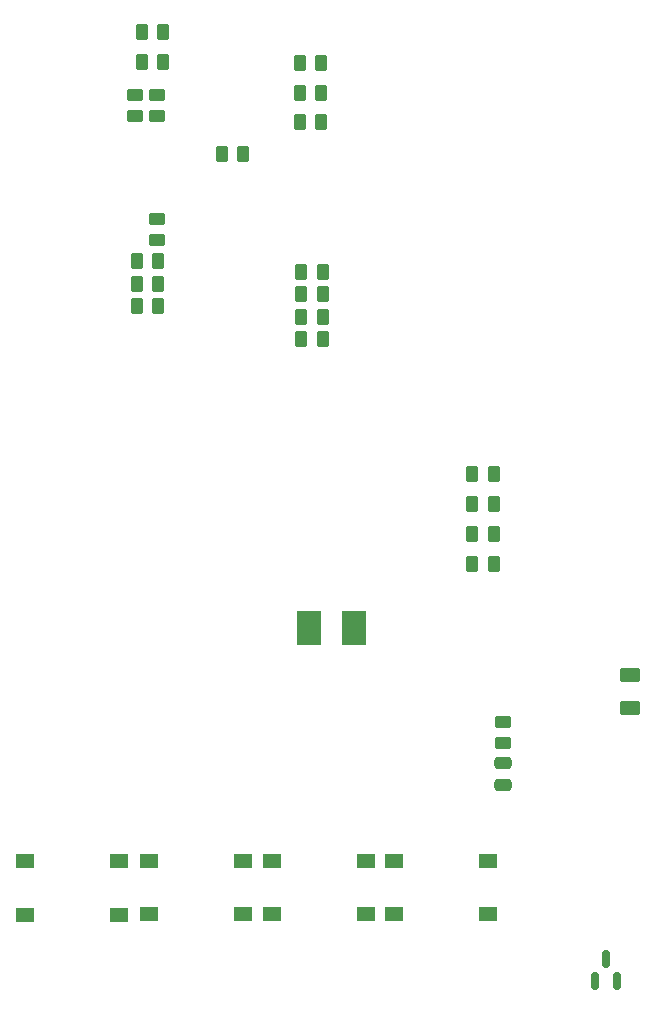
<source format=gtp>
G04 #@! TF.GenerationSoftware,KiCad,Pcbnew,(7.0.0)*
G04 #@! TF.CreationDate,2023-05-12T10:49:53+02:00*
G04 #@! TF.ProjectId,BMS_Project,424d535f-5072-46f6-9a65-63742e6b6963,rev?*
G04 #@! TF.SameCoordinates,Original*
G04 #@! TF.FileFunction,Paste,Top*
G04 #@! TF.FilePolarity,Positive*
%FSLAX46Y46*%
G04 Gerber Fmt 4.6, Leading zero omitted, Abs format (unit mm)*
G04 Created by KiCad (PCBNEW (7.0.0)) date 2023-05-12 10:49:53*
%MOMM*%
%LPD*%
G01*
G04 APERTURE LIST*
G04 Aperture macros list*
%AMRoundRect*
0 Rectangle with rounded corners*
0 $1 Rounding radius*
0 $2 $3 $4 $5 $6 $7 $8 $9 X,Y pos of 4 corners*
0 Add a 4 corners polygon primitive as box body*
4,1,4,$2,$3,$4,$5,$6,$7,$8,$9,$2,$3,0*
0 Add four circle primitives for the rounded corners*
1,1,$1+$1,$2,$3*
1,1,$1+$1,$4,$5*
1,1,$1+$1,$6,$7*
1,1,$1+$1,$8,$9*
0 Add four rect primitives between the rounded corners*
20,1,$1+$1,$2,$3,$4,$5,0*
20,1,$1+$1,$4,$5,$6,$7,0*
20,1,$1+$1,$6,$7,$8,$9,0*
20,1,$1+$1,$8,$9,$2,$3,0*%
G04 Aperture macros list end*
%ADD10RoundRect,0.250000X-0.262500X-0.450000X0.262500X-0.450000X0.262500X0.450000X-0.262500X0.450000X0*%
%ADD11RoundRect,0.250000X0.262500X0.450000X-0.262500X0.450000X-0.262500X-0.450000X0.262500X-0.450000X0*%
%ADD12R,1.550000X1.300000*%
%ADD13R,2.000000X3.000000*%
%ADD14RoundRect,0.250000X0.450000X-0.262500X0.450000X0.262500X-0.450000X0.262500X-0.450000X-0.262500X0*%
%ADD15RoundRect,0.250000X-0.450000X0.262500X-0.450000X-0.262500X0.450000X-0.262500X0.450000X0.262500X0*%
%ADD16RoundRect,0.150000X0.150000X-0.587500X0.150000X0.587500X-0.150000X0.587500X-0.150000X-0.587500X0*%
%ADD17RoundRect,0.250000X-0.625000X0.375000X-0.625000X-0.375000X0.625000X-0.375000X0.625000X0.375000X0*%
%ADD18RoundRect,0.250000X-0.475000X0.250000X-0.475000X-0.250000X0.475000X-0.250000X0.475000X0.250000X0*%
G04 APERTURE END LIST*
D10*
X132587500Y-44200000D03*
X134412500Y-44200000D03*
D11*
X134412500Y-46700000D03*
X132587500Y-46700000D03*
D10*
X132687500Y-65700000D03*
X134512500Y-65700000D03*
D12*
X148474999Y-116249999D03*
X140524999Y-116249999D03*
X148474999Y-111749999D03*
X140524999Y-111749999D03*
X117244999Y-116299999D03*
X109294999Y-116299999D03*
X117244999Y-111799999D03*
X109294999Y-111799999D03*
D11*
X134512500Y-63800000D03*
X132687500Y-63800000D03*
D10*
X119187500Y-44100000D03*
X121012500Y-44100000D03*
D12*
X138144999Y-116274999D03*
X130194999Y-116274999D03*
X138144999Y-111774999D03*
X130194999Y-111774999D03*
D13*
X137199999Y-91999999D03*
D11*
X134512500Y-61900000D03*
X132687500Y-61900000D03*
D10*
X147175000Y-79000000D03*
X149000000Y-79000000D03*
D12*
X127734999Y-116274999D03*
X119784999Y-116274999D03*
X127734999Y-111774999D03*
X119784999Y-111774999D03*
D10*
X147187500Y-84100000D03*
X149012500Y-84100000D03*
D11*
X120612500Y-62900000D03*
X118787500Y-62900000D03*
D10*
X147175000Y-86600000D03*
X149000000Y-86600000D03*
D14*
X149800000Y-101812500D03*
X149800000Y-99987500D03*
D15*
X120500000Y-46887500D03*
X120500000Y-48712500D03*
D10*
X118787500Y-64800000D03*
X120612500Y-64800000D03*
D11*
X121012500Y-41600000D03*
X119187500Y-41600000D03*
X134512500Y-67600000D03*
X132687500Y-67600000D03*
D15*
X120500000Y-57387500D03*
X120500000Y-59212500D03*
D13*
X133399999Y-91999999D03*
D16*
X157550000Y-121937500D03*
X159450000Y-121937500D03*
X158500000Y-120062500D03*
D17*
X160500000Y-96000000D03*
X160500000Y-98800000D03*
D11*
X127812500Y-51900000D03*
X125987500Y-51900000D03*
D10*
X118787500Y-61000000D03*
X120612500Y-61000000D03*
D18*
X149800000Y-103450000D03*
X149800000Y-105350000D03*
D10*
X147175000Y-81500000D03*
X149000000Y-81500000D03*
D11*
X134412500Y-49200000D03*
X132587500Y-49200000D03*
D14*
X118600000Y-48712500D03*
X118600000Y-46887500D03*
M02*

</source>
